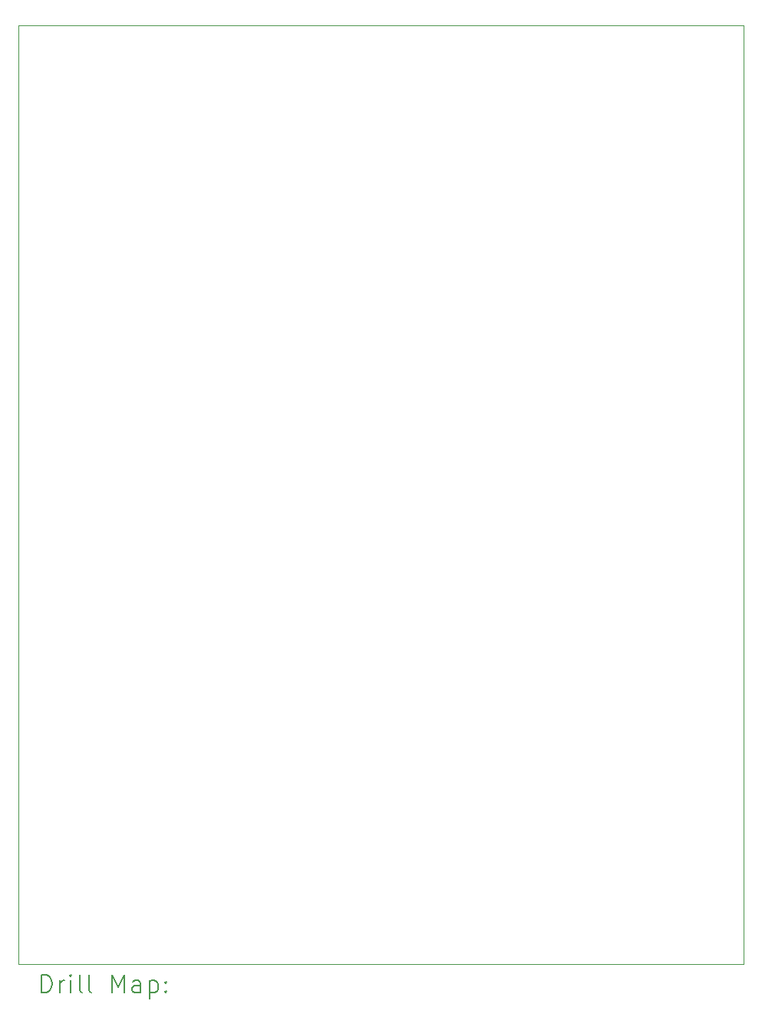
<source format=gbr>
%FSLAX45Y45*%
G04 Gerber Fmt 4.5, Leading zero omitted, Abs format (unit mm)*
G04 Created by KiCad (PCBNEW (6.0.5-0)) date 2022-12-26 00:14:26*
%MOMM*%
%LPD*%
G01*
G04 APERTURE LIST*
%TA.AperFunction,Profile*%
%ADD10C,0.100000*%
%TD*%
%ADD11C,0.200000*%
G04 APERTURE END LIST*
D10*
X14360000Y-3875000D02*
X15210000Y-3875000D01*
X8060000Y-14225000D02*
X8860000Y-14225000D01*
X13560000Y-14225000D02*
X8860000Y-14225000D01*
X8065000Y-3875000D02*
X8865000Y-3875000D01*
X13560000Y-3875000D02*
X14360000Y-3875000D01*
X15210000Y-3875000D02*
X15210000Y-14225000D01*
X8060000Y-14225000D02*
X7210000Y-14225000D01*
X14360000Y-14225000D02*
X15210000Y-14225000D01*
X13560000Y-14225000D02*
X14360000Y-14225000D01*
X8865000Y-3875000D02*
X13560000Y-3875000D01*
X8065000Y-3875000D02*
X7210000Y-3875000D01*
X7210000Y-14225000D02*
X7210000Y-3875000D01*
D11*
X7462619Y-14540476D02*
X7462619Y-14340476D01*
X7510238Y-14340476D01*
X7538809Y-14350000D01*
X7557857Y-14369048D01*
X7567381Y-14388095D01*
X7576905Y-14426190D01*
X7576905Y-14454762D01*
X7567381Y-14492857D01*
X7557857Y-14511905D01*
X7538809Y-14530952D01*
X7510238Y-14540476D01*
X7462619Y-14540476D01*
X7662619Y-14540476D02*
X7662619Y-14407143D01*
X7662619Y-14445238D02*
X7672143Y-14426190D01*
X7681667Y-14416667D01*
X7700714Y-14407143D01*
X7719762Y-14407143D01*
X7786428Y-14540476D02*
X7786428Y-14407143D01*
X7786428Y-14340476D02*
X7776905Y-14350000D01*
X7786428Y-14359524D01*
X7795952Y-14350000D01*
X7786428Y-14340476D01*
X7786428Y-14359524D01*
X7910238Y-14540476D02*
X7891190Y-14530952D01*
X7881667Y-14511905D01*
X7881667Y-14340476D01*
X8015000Y-14540476D02*
X7995952Y-14530952D01*
X7986428Y-14511905D01*
X7986428Y-14340476D01*
X8243571Y-14540476D02*
X8243571Y-14340476D01*
X8310238Y-14483333D01*
X8376905Y-14340476D01*
X8376905Y-14540476D01*
X8557857Y-14540476D02*
X8557857Y-14435714D01*
X8548333Y-14416667D01*
X8529286Y-14407143D01*
X8491190Y-14407143D01*
X8472143Y-14416667D01*
X8557857Y-14530952D02*
X8538810Y-14540476D01*
X8491190Y-14540476D01*
X8472143Y-14530952D01*
X8462619Y-14511905D01*
X8462619Y-14492857D01*
X8472143Y-14473809D01*
X8491190Y-14464286D01*
X8538810Y-14464286D01*
X8557857Y-14454762D01*
X8653095Y-14407143D02*
X8653095Y-14607143D01*
X8653095Y-14416667D02*
X8672143Y-14407143D01*
X8710238Y-14407143D01*
X8729286Y-14416667D01*
X8738810Y-14426190D01*
X8748333Y-14445238D01*
X8748333Y-14502381D01*
X8738810Y-14521428D01*
X8729286Y-14530952D01*
X8710238Y-14540476D01*
X8672143Y-14540476D01*
X8653095Y-14530952D01*
X8834048Y-14521428D02*
X8843571Y-14530952D01*
X8834048Y-14540476D01*
X8824524Y-14530952D01*
X8834048Y-14521428D01*
X8834048Y-14540476D01*
X8834048Y-14416667D02*
X8843571Y-14426190D01*
X8834048Y-14435714D01*
X8824524Y-14426190D01*
X8834048Y-14416667D01*
X8834048Y-14435714D01*
M02*

</source>
